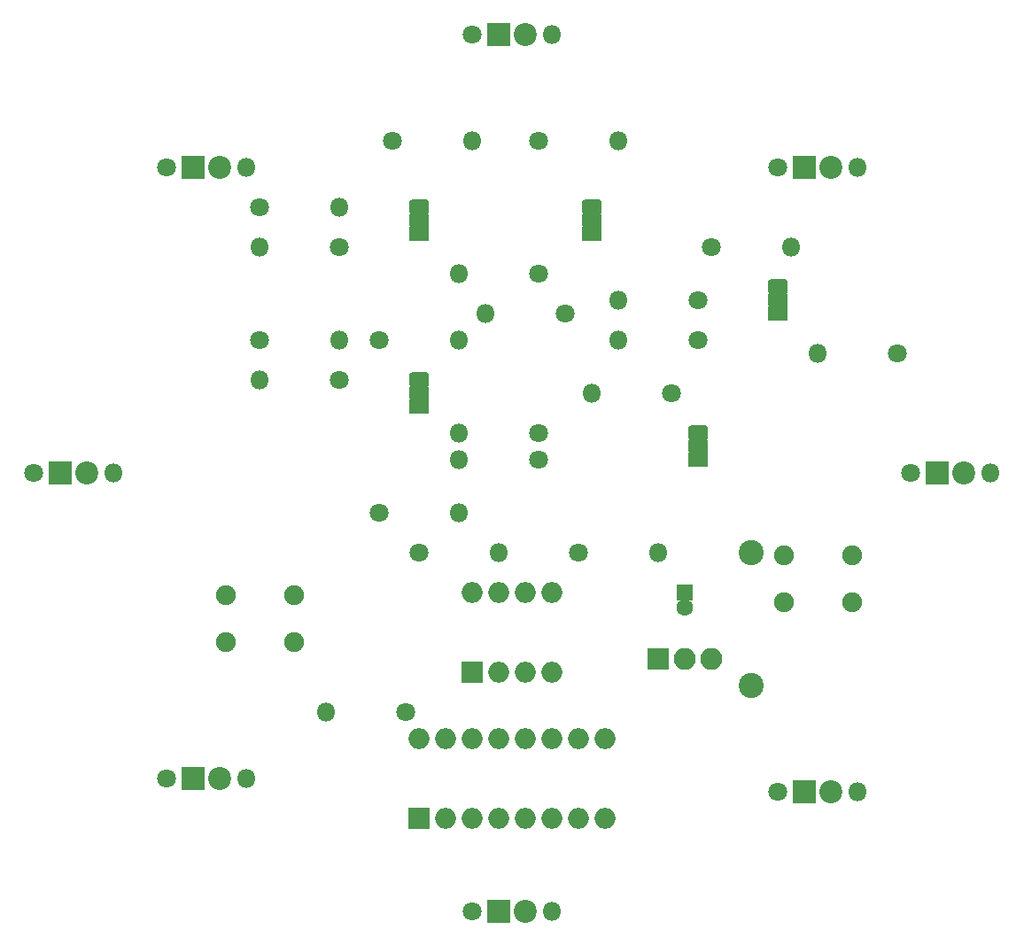
<source format=gbs>
G04 #@! TF.GenerationSoftware,KiCad,Pcbnew,(5.0.0-3-g5ebb6b6)*
G04 #@! TF.CreationDate,2018-09-25T19:29:36-07:00*
G04 #@! TF.ProjectId,christmas-board,6368726973746D61732D626F6172642E,rev?*
G04 #@! TF.SameCoordinates,Original*
G04 #@! TF.FileFunction,Soldermask,Bot*
G04 #@! TF.FilePolarity,Negative*
%FSLAX46Y46*%
G04 Gerber Fmt 4.6, Leading zero omitted, Abs format (unit mm)*
G04 Created by KiCad (PCBNEW (5.0.0-3-g5ebb6b6)) date Tuesday, September 25, 2018 at 07:29:36 PM*
%MOMM*%
%LPD*%
G01*
G04 APERTURE LIST*
%ADD10C,2.400000*%
%ADD11C,1.900000*%
%ADD12R,1.600000X1.600000*%
%ADD13C,1.600000*%
%ADD14C,2.200000*%
%ADD15R,2.200000X2.200000*%
%ADD16C,0.100000*%
%ADD17C,1.450000*%
%ADD18R,1.900000X1.450000*%
%ADD19C,1.800000*%
%ADD20O,1.800000X1.800000*%
%ADD21R,2.000000X2.000000*%
%ADD22O,2.000000X2.000000*%
%ADD23R,2.100000X2.100000*%
%ADD24O,2.100000X2.100000*%
G04 APERTURE END LIST*
D10*
G04 #@! TO.C,J1*
X133350000Y-96520000D03*
X133350000Y-109220000D03*
G04 #@! TD*
D11*
G04 #@! TO.C,SW2*
X142950000Y-96810000D03*
X136450000Y-96810000D03*
X136450000Y-101310000D03*
X142950000Y-101310000D03*
G04 #@! TD*
G04 #@! TO.C,SW1*
X89610000Y-100620000D03*
X83110000Y-100620000D03*
X83110000Y-105120000D03*
X89610000Y-105120000D03*
G04 #@! TD*
D12*
G04 #@! TO.C,C1*
X127000000Y-100330000D03*
D13*
X127000000Y-101830000D03*
G04 #@! TD*
D14*
G04 #@! TO.C,D1*
X82550000Y-59690000D03*
D15*
X80010000Y-59690000D03*
G04 #@! TD*
G04 #@! TO.C,D2*
X67310000Y-88900000D03*
D14*
X69850000Y-88900000D03*
G04 #@! TD*
G04 #@! TO.C,D3*
X82550000Y-118110000D03*
D15*
X80010000Y-118110000D03*
G04 #@! TD*
G04 #@! TO.C,D4*
X109220000Y-130810000D03*
D14*
X111760000Y-130810000D03*
G04 #@! TD*
D15*
G04 #@! TO.C,D5*
X138430000Y-119380000D03*
D14*
X140970000Y-119380000D03*
G04 #@! TD*
G04 #@! TO.C,D6*
X153670000Y-88900000D03*
D15*
X151130000Y-88900000D03*
G04 #@! TD*
G04 #@! TO.C,D7*
X138430000Y-59690000D03*
D14*
X140970000Y-59690000D03*
G04 #@! TD*
G04 #@! TO.C,D8*
X111760000Y-46990000D03*
D15*
X109220000Y-46990000D03*
G04 #@! TD*
D16*
G04 #@! TO.C,Q1*
G36*
X102223031Y-64046746D02*
X102258220Y-64051965D01*
X102292728Y-64060609D01*
X102326223Y-64072594D01*
X102358381Y-64087804D01*
X102388894Y-64106092D01*
X102417468Y-64127284D01*
X102443826Y-64151174D01*
X102467716Y-64177532D01*
X102488908Y-64206106D01*
X102507196Y-64236619D01*
X102522406Y-64268777D01*
X102534391Y-64302272D01*
X102543035Y-64336780D01*
X102548254Y-64371969D01*
X102550000Y-64407500D01*
X102550000Y-65132500D01*
X102548254Y-65168031D01*
X102543035Y-65203220D01*
X102534391Y-65237728D01*
X102522406Y-65271223D01*
X102507196Y-65303381D01*
X102488908Y-65333894D01*
X102467716Y-65362468D01*
X102443826Y-65388826D01*
X102417468Y-65412716D01*
X102388894Y-65433908D01*
X102358381Y-65452196D01*
X102326223Y-65467406D01*
X102292728Y-65479391D01*
X102258220Y-65488035D01*
X102223031Y-65493254D01*
X102187500Y-65495000D01*
X101012500Y-65495000D01*
X100976969Y-65493254D01*
X100941780Y-65488035D01*
X100907272Y-65479391D01*
X100873777Y-65467406D01*
X100841619Y-65452196D01*
X100811106Y-65433908D01*
X100782532Y-65412716D01*
X100756174Y-65388826D01*
X100732284Y-65362468D01*
X100711092Y-65333894D01*
X100692804Y-65303381D01*
X100677594Y-65271223D01*
X100665609Y-65237728D01*
X100656965Y-65203220D01*
X100651746Y-65168031D01*
X100650000Y-65132500D01*
X100650000Y-64407500D01*
X100651746Y-64371969D01*
X100656965Y-64336780D01*
X100665609Y-64302272D01*
X100677594Y-64268777D01*
X100692804Y-64236619D01*
X100711092Y-64206106D01*
X100732284Y-64177532D01*
X100756174Y-64151174D01*
X100782532Y-64127284D01*
X100811106Y-64106092D01*
X100841619Y-64087804D01*
X100873777Y-64072594D01*
X100907272Y-64060609D01*
X100941780Y-64051965D01*
X100976969Y-64046746D01*
X101012500Y-64045000D01*
X102187500Y-64045000D01*
X102223031Y-64046746D01*
X102223031Y-64046746D01*
G37*
D17*
X101600000Y-64770000D03*
D16*
G36*
X102223031Y-62776746D02*
X102258220Y-62781965D01*
X102292728Y-62790609D01*
X102326223Y-62802594D01*
X102358381Y-62817804D01*
X102388894Y-62836092D01*
X102417468Y-62857284D01*
X102443826Y-62881174D01*
X102467716Y-62907532D01*
X102488908Y-62936106D01*
X102507196Y-62966619D01*
X102522406Y-62998777D01*
X102534391Y-63032272D01*
X102543035Y-63066780D01*
X102548254Y-63101969D01*
X102550000Y-63137500D01*
X102550000Y-63862500D01*
X102548254Y-63898031D01*
X102543035Y-63933220D01*
X102534391Y-63967728D01*
X102522406Y-64001223D01*
X102507196Y-64033381D01*
X102488908Y-64063894D01*
X102467716Y-64092468D01*
X102443826Y-64118826D01*
X102417468Y-64142716D01*
X102388894Y-64163908D01*
X102358381Y-64182196D01*
X102326223Y-64197406D01*
X102292728Y-64209391D01*
X102258220Y-64218035D01*
X102223031Y-64223254D01*
X102187500Y-64225000D01*
X101012500Y-64225000D01*
X100976969Y-64223254D01*
X100941780Y-64218035D01*
X100907272Y-64209391D01*
X100873777Y-64197406D01*
X100841619Y-64182196D01*
X100811106Y-64163908D01*
X100782532Y-64142716D01*
X100756174Y-64118826D01*
X100732284Y-64092468D01*
X100711092Y-64063894D01*
X100692804Y-64033381D01*
X100677594Y-64001223D01*
X100665609Y-63967728D01*
X100656965Y-63933220D01*
X100651746Y-63898031D01*
X100650000Y-63862500D01*
X100650000Y-63137500D01*
X100651746Y-63101969D01*
X100656965Y-63066780D01*
X100665609Y-63032272D01*
X100677594Y-62998777D01*
X100692804Y-62966619D01*
X100711092Y-62936106D01*
X100732284Y-62907532D01*
X100756174Y-62881174D01*
X100782532Y-62857284D01*
X100811106Y-62836092D01*
X100841619Y-62817804D01*
X100873777Y-62802594D01*
X100907272Y-62790609D01*
X100941780Y-62781965D01*
X100976969Y-62776746D01*
X101012500Y-62775000D01*
X102187500Y-62775000D01*
X102223031Y-62776746D01*
X102223031Y-62776746D01*
G37*
D17*
X101600000Y-63500000D03*
D18*
X101600000Y-66040000D03*
G04 #@! TD*
D16*
G04 #@! TO.C,Q2*
G36*
X102223031Y-80556746D02*
X102258220Y-80561965D01*
X102292728Y-80570609D01*
X102326223Y-80582594D01*
X102358381Y-80597804D01*
X102388894Y-80616092D01*
X102417468Y-80637284D01*
X102443826Y-80661174D01*
X102467716Y-80687532D01*
X102488908Y-80716106D01*
X102507196Y-80746619D01*
X102522406Y-80778777D01*
X102534391Y-80812272D01*
X102543035Y-80846780D01*
X102548254Y-80881969D01*
X102550000Y-80917500D01*
X102550000Y-81642500D01*
X102548254Y-81678031D01*
X102543035Y-81713220D01*
X102534391Y-81747728D01*
X102522406Y-81781223D01*
X102507196Y-81813381D01*
X102488908Y-81843894D01*
X102467716Y-81872468D01*
X102443826Y-81898826D01*
X102417468Y-81922716D01*
X102388894Y-81943908D01*
X102358381Y-81962196D01*
X102326223Y-81977406D01*
X102292728Y-81989391D01*
X102258220Y-81998035D01*
X102223031Y-82003254D01*
X102187500Y-82005000D01*
X101012500Y-82005000D01*
X100976969Y-82003254D01*
X100941780Y-81998035D01*
X100907272Y-81989391D01*
X100873777Y-81977406D01*
X100841619Y-81962196D01*
X100811106Y-81943908D01*
X100782532Y-81922716D01*
X100756174Y-81898826D01*
X100732284Y-81872468D01*
X100711092Y-81843894D01*
X100692804Y-81813381D01*
X100677594Y-81781223D01*
X100665609Y-81747728D01*
X100656965Y-81713220D01*
X100651746Y-81678031D01*
X100650000Y-81642500D01*
X100650000Y-80917500D01*
X100651746Y-80881969D01*
X100656965Y-80846780D01*
X100665609Y-80812272D01*
X100677594Y-80778777D01*
X100692804Y-80746619D01*
X100711092Y-80716106D01*
X100732284Y-80687532D01*
X100756174Y-80661174D01*
X100782532Y-80637284D01*
X100811106Y-80616092D01*
X100841619Y-80597804D01*
X100873777Y-80582594D01*
X100907272Y-80570609D01*
X100941780Y-80561965D01*
X100976969Y-80556746D01*
X101012500Y-80555000D01*
X102187500Y-80555000D01*
X102223031Y-80556746D01*
X102223031Y-80556746D01*
G37*
D17*
X101600000Y-81280000D03*
D16*
G36*
X102223031Y-79286746D02*
X102258220Y-79291965D01*
X102292728Y-79300609D01*
X102326223Y-79312594D01*
X102358381Y-79327804D01*
X102388894Y-79346092D01*
X102417468Y-79367284D01*
X102443826Y-79391174D01*
X102467716Y-79417532D01*
X102488908Y-79446106D01*
X102507196Y-79476619D01*
X102522406Y-79508777D01*
X102534391Y-79542272D01*
X102543035Y-79576780D01*
X102548254Y-79611969D01*
X102550000Y-79647500D01*
X102550000Y-80372500D01*
X102548254Y-80408031D01*
X102543035Y-80443220D01*
X102534391Y-80477728D01*
X102522406Y-80511223D01*
X102507196Y-80543381D01*
X102488908Y-80573894D01*
X102467716Y-80602468D01*
X102443826Y-80628826D01*
X102417468Y-80652716D01*
X102388894Y-80673908D01*
X102358381Y-80692196D01*
X102326223Y-80707406D01*
X102292728Y-80719391D01*
X102258220Y-80728035D01*
X102223031Y-80733254D01*
X102187500Y-80735000D01*
X101012500Y-80735000D01*
X100976969Y-80733254D01*
X100941780Y-80728035D01*
X100907272Y-80719391D01*
X100873777Y-80707406D01*
X100841619Y-80692196D01*
X100811106Y-80673908D01*
X100782532Y-80652716D01*
X100756174Y-80628826D01*
X100732284Y-80602468D01*
X100711092Y-80573894D01*
X100692804Y-80543381D01*
X100677594Y-80511223D01*
X100665609Y-80477728D01*
X100656965Y-80443220D01*
X100651746Y-80408031D01*
X100650000Y-80372500D01*
X100650000Y-79647500D01*
X100651746Y-79611969D01*
X100656965Y-79576780D01*
X100665609Y-79542272D01*
X100677594Y-79508777D01*
X100692804Y-79476619D01*
X100711092Y-79446106D01*
X100732284Y-79417532D01*
X100756174Y-79391174D01*
X100782532Y-79367284D01*
X100811106Y-79346092D01*
X100841619Y-79327804D01*
X100873777Y-79312594D01*
X100907272Y-79300609D01*
X100941780Y-79291965D01*
X100976969Y-79286746D01*
X101012500Y-79285000D01*
X102187500Y-79285000D01*
X102223031Y-79286746D01*
X102223031Y-79286746D01*
G37*
D17*
X101600000Y-80010000D03*
D18*
X101600000Y-82550000D03*
G04 #@! TD*
G04 #@! TO.C,Q3*
X118110000Y-66040000D03*
D16*
G36*
X118733031Y-62776746D02*
X118768220Y-62781965D01*
X118802728Y-62790609D01*
X118836223Y-62802594D01*
X118868381Y-62817804D01*
X118898894Y-62836092D01*
X118927468Y-62857284D01*
X118953826Y-62881174D01*
X118977716Y-62907532D01*
X118998908Y-62936106D01*
X119017196Y-62966619D01*
X119032406Y-62998777D01*
X119044391Y-63032272D01*
X119053035Y-63066780D01*
X119058254Y-63101969D01*
X119060000Y-63137500D01*
X119060000Y-63862500D01*
X119058254Y-63898031D01*
X119053035Y-63933220D01*
X119044391Y-63967728D01*
X119032406Y-64001223D01*
X119017196Y-64033381D01*
X118998908Y-64063894D01*
X118977716Y-64092468D01*
X118953826Y-64118826D01*
X118927468Y-64142716D01*
X118898894Y-64163908D01*
X118868381Y-64182196D01*
X118836223Y-64197406D01*
X118802728Y-64209391D01*
X118768220Y-64218035D01*
X118733031Y-64223254D01*
X118697500Y-64225000D01*
X117522500Y-64225000D01*
X117486969Y-64223254D01*
X117451780Y-64218035D01*
X117417272Y-64209391D01*
X117383777Y-64197406D01*
X117351619Y-64182196D01*
X117321106Y-64163908D01*
X117292532Y-64142716D01*
X117266174Y-64118826D01*
X117242284Y-64092468D01*
X117221092Y-64063894D01*
X117202804Y-64033381D01*
X117187594Y-64001223D01*
X117175609Y-63967728D01*
X117166965Y-63933220D01*
X117161746Y-63898031D01*
X117160000Y-63862500D01*
X117160000Y-63137500D01*
X117161746Y-63101969D01*
X117166965Y-63066780D01*
X117175609Y-63032272D01*
X117187594Y-62998777D01*
X117202804Y-62966619D01*
X117221092Y-62936106D01*
X117242284Y-62907532D01*
X117266174Y-62881174D01*
X117292532Y-62857284D01*
X117321106Y-62836092D01*
X117351619Y-62817804D01*
X117383777Y-62802594D01*
X117417272Y-62790609D01*
X117451780Y-62781965D01*
X117486969Y-62776746D01*
X117522500Y-62775000D01*
X118697500Y-62775000D01*
X118733031Y-62776746D01*
X118733031Y-62776746D01*
G37*
D17*
X118110000Y-63500000D03*
D16*
G36*
X118733031Y-64046746D02*
X118768220Y-64051965D01*
X118802728Y-64060609D01*
X118836223Y-64072594D01*
X118868381Y-64087804D01*
X118898894Y-64106092D01*
X118927468Y-64127284D01*
X118953826Y-64151174D01*
X118977716Y-64177532D01*
X118998908Y-64206106D01*
X119017196Y-64236619D01*
X119032406Y-64268777D01*
X119044391Y-64302272D01*
X119053035Y-64336780D01*
X119058254Y-64371969D01*
X119060000Y-64407500D01*
X119060000Y-65132500D01*
X119058254Y-65168031D01*
X119053035Y-65203220D01*
X119044391Y-65237728D01*
X119032406Y-65271223D01*
X119017196Y-65303381D01*
X118998908Y-65333894D01*
X118977716Y-65362468D01*
X118953826Y-65388826D01*
X118927468Y-65412716D01*
X118898894Y-65433908D01*
X118868381Y-65452196D01*
X118836223Y-65467406D01*
X118802728Y-65479391D01*
X118768220Y-65488035D01*
X118733031Y-65493254D01*
X118697500Y-65495000D01*
X117522500Y-65495000D01*
X117486969Y-65493254D01*
X117451780Y-65488035D01*
X117417272Y-65479391D01*
X117383777Y-65467406D01*
X117351619Y-65452196D01*
X117321106Y-65433908D01*
X117292532Y-65412716D01*
X117266174Y-65388826D01*
X117242284Y-65362468D01*
X117221092Y-65333894D01*
X117202804Y-65303381D01*
X117187594Y-65271223D01*
X117175609Y-65237728D01*
X117166965Y-65203220D01*
X117161746Y-65168031D01*
X117160000Y-65132500D01*
X117160000Y-64407500D01*
X117161746Y-64371969D01*
X117166965Y-64336780D01*
X117175609Y-64302272D01*
X117187594Y-64268777D01*
X117202804Y-64236619D01*
X117221092Y-64206106D01*
X117242284Y-64177532D01*
X117266174Y-64151174D01*
X117292532Y-64127284D01*
X117321106Y-64106092D01*
X117351619Y-64087804D01*
X117383777Y-64072594D01*
X117417272Y-64060609D01*
X117451780Y-64051965D01*
X117486969Y-64046746D01*
X117522500Y-64045000D01*
X118697500Y-64045000D01*
X118733031Y-64046746D01*
X118733031Y-64046746D01*
G37*
D17*
X118110000Y-64770000D03*
G04 #@! TD*
D18*
G04 #@! TO.C,Q4*
X128270000Y-87630000D03*
D16*
G36*
X128893031Y-84366746D02*
X128928220Y-84371965D01*
X128962728Y-84380609D01*
X128996223Y-84392594D01*
X129028381Y-84407804D01*
X129058894Y-84426092D01*
X129087468Y-84447284D01*
X129113826Y-84471174D01*
X129137716Y-84497532D01*
X129158908Y-84526106D01*
X129177196Y-84556619D01*
X129192406Y-84588777D01*
X129204391Y-84622272D01*
X129213035Y-84656780D01*
X129218254Y-84691969D01*
X129220000Y-84727500D01*
X129220000Y-85452500D01*
X129218254Y-85488031D01*
X129213035Y-85523220D01*
X129204391Y-85557728D01*
X129192406Y-85591223D01*
X129177196Y-85623381D01*
X129158908Y-85653894D01*
X129137716Y-85682468D01*
X129113826Y-85708826D01*
X129087468Y-85732716D01*
X129058894Y-85753908D01*
X129028381Y-85772196D01*
X128996223Y-85787406D01*
X128962728Y-85799391D01*
X128928220Y-85808035D01*
X128893031Y-85813254D01*
X128857500Y-85815000D01*
X127682500Y-85815000D01*
X127646969Y-85813254D01*
X127611780Y-85808035D01*
X127577272Y-85799391D01*
X127543777Y-85787406D01*
X127511619Y-85772196D01*
X127481106Y-85753908D01*
X127452532Y-85732716D01*
X127426174Y-85708826D01*
X127402284Y-85682468D01*
X127381092Y-85653894D01*
X127362804Y-85623381D01*
X127347594Y-85591223D01*
X127335609Y-85557728D01*
X127326965Y-85523220D01*
X127321746Y-85488031D01*
X127320000Y-85452500D01*
X127320000Y-84727500D01*
X127321746Y-84691969D01*
X127326965Y-84656780D01*
X127335609Y-84622272D01*
X127347594Y-84588777D01*
X127362804Y-84556619D01*
X127381092Y-84526106D01*
X127402284Y-84497532D01*
X127426174Y-84471174D01*
X127452532Y-84447284D01*
X127481106Y-84426092D01*
X127511619Y-84407804D01*
X127543777Y-84392594D01*
X127577272Y-84380609D01*
X127611780Y-84371965D01*
X127646969Y-84366746D01*
X127682500Y-84365000D01*
X128857500Y-84365000D01*
X128893031Y-84366746D01*
X128893031Y-84366746D01*
G37*
D17*
X128270000Y-85090000D03*
D16*
G36*
X128893031Y-85636746D02*
X128928220Y-85641965D01*
X128962728Y-85650609D01*
X128996223Y-85662594D01*
X129028381Y-85677804D01*
X129058894Y-85696092D01*
X129087468Y-85717284D01*
X129113826Y-85741174D01*
X129137716Y-85767532D01*
X129158908Y-85796106D01*
X129177196Y-85826619D01*
X129192406Y-85858777D01*
X129204391Y-85892272D01*
X129213035Y-85926780D01*
X129218254Y-85961969D01*
X129220000Y-85997500D01*
X129220000Y-86722500D01*
X129218254Y-86758031D01*
X129213035Y-86793220D01*
X129204391Y-86827728D01*
X129192406Y-86861223D01*
X129177196Y-86893381D01*
X129158908Y-86923894D01*
X129137716Y-86952468D01*
X129113826Y-86978826D01*
X129087468Y-87002716D01*
X129058894Y-87023908D01*
X129028381Y-87042196D01*
X128996223Y-87057406D01*
X128962728Y-87069391D01*
X128928220Y-87078035D01*
X128893031Y-87083254D01*
X128857500Y-87085000D01*
X127682500Y-87085000D01*
X127646969Y-87083254D01*
X127611780Y-87078035D01*
X127577272Y-87069391D01*
X127543777Y-87057406D01*
X127511619Y-87042196D01*
X127481106Y-87023908D01*
X127452532Y-87002716D01*
X127426174Y-86978826D01*
X127402284Y-86952468D01*
X127381092Y-86923894D01*
X127362804Y-86893381D01*
X127347594Y-86861223D01*
X127335609Y-86827728D01*
X127326965Y-86793220D01*
X127321746Y-86758031D01*
X127320000Y-86722500D01*
X127320000Y-85997500D01*
X127321746Y-85961969D01*
X127326965Y-85926780D01*
X127335609Y-85892272D01*
X127347594Y-85858777D01*
X127362804Y-85826619D01*
X127381092Y-85796106D01*
X127402284Y-85767532D01*
X127426174Y-85741174D01*
X127452532Y-85717284D01*
X127481106Y-85696092D01*
X127511619Y-85677804D01*
X127543777Y-85662594D01*
X127577272Y-85650609D01*
X127611780Y-85641965D01*
X127646969Y-85636746D01*
X127682500Y-85635000D01*
X128857500Y-85635000D01*
X128893031Y-85636746D01*
X128893031Y-85636746D01*
G37*
D17*
X128270000Y-86360000D03*
G04 #@! TD*
D16*
G04 #@! TO.C,Q5*
G36*
X136513031Y-71666746D02*
X136548220Y-71671965D01*
X136582728Y-71680609D01*
X136616223Y-71692594D01*
X136648381Y-71707804D01*
X136678894Y-71726092D01*
X136707468Y-71747284D01*
X136733826Y-71771174D01*
X136757716Y-71797532D01*
X136778908Y-71826106D01*
X136797196Y-71856619D01*
X136812406Y-71888777D01*
X136824391Y-71922272D01*
X136833035Y-71956780D01*
X136838254Y-71991969D01*
X136840000Y-72027500D01*
X136840000Y-72752500D01*
X136838254Y-72788031D01*
X136833035Y-72823220D01*
X136824391Y-72857728D01*
X136812406Y-72891223D01*
X136797196Y-72923381D01*
X136778908Y-72953894D01*
X136757716Y-72982468D01*
X136733826Y-73008826D01*
X136707468Y-73032716D01*
X136678894Y-73053908D01*
X136648381Y-73072196D01*
X136616223Y-73087406D01*
X136582728Y-73099391D01*
X136548220Y-73108035D01*
X136513031Y-73113254D01*
X136477500Y-73115000D01*
X135302500Y-73115000D01*
X135266969Y-73113254D01*
X135231780Y-73108035D01*
X135197272Y-73099391D01*
X135163777Y-73087406D01*
X135131619Y-73072196D01*
X135101106Y-73053908D01*
X135072532Y-73032716D01*
X135046174Y-73008826D01*
X135022284Y-72982468D01*
X135001092Y-72953894D01*
X134982804Y-72923381D01*
X134967594Y-72891223D01*
X134955609Y-72857728D01*
X134946965Y-72823220D01*
X134941746Y-72788031D01*
X134940000Y-72752500D01*
X134940000Y-72027500D01*
X134941746Y-71991969D01*
X134946965Y-71956780D01*
X134955609Y-71922272D01*
X134967594Y-71888777D01*
X134982804Y-71856619D01*
X135001092Y-71826106D01*
X135022284Y-71797532D01*
X135046174Y-71771174D01*
X135072532Y-71747284D01*
X135101106Y-71726092D01*
X135131619Y-71707804D01*
X135163777Y-71692594D01*
X135197272Y-71680609D01*
X135231780Y-71671965D01*
X135266969Y-71666746D01*
X135302500Y-71665000D01*
X136477500Y-71665000D01*
X136513031Y-71666746D01*
X136513031Y-71666746D01*
G37*
D17*
X135890000Y-72390000D03*
D16*
G36*
X136513031Y-70396746D02*
X136548220Y-70401965D01*
X136582728Y-70410609D01*
X136616223Y-70422594D01*
X136648381Y-70437804D01*
X136678894Y-70456092D01*
X136707468Y-70477284D01*
X136733826Y-70501174D01*
X136757716Y-70527532D01*
X136778908Y-70556106D01*
X136797196Y-70586619D01*
X136812406Y-70618777D01*
X136824391Y-70652272D01*
X136833035Y-70686780D01*
X136838254Y-70721969D01*
X136840000Y-70757500D01*
X136840000Y-71482500D01*
X136838254Y-71518031D01*
X136833035Y-71553220D01*
X136824391Y-71587728D01*
X136812406Y-71621223D01*
X136797196Y-71653381D01*
X136778908Y-71683894D01*
X136757716Y-71712468D01*
X136733826Y-71738826D01*
X136707468Y-71762716D01*
X136678894Y-71783908D01*
X136648381Y-71802196D01*
X136616223Y-71817406D01*
X136582728Y-71829391D01*
X136548220Y-71838035D01*
X136513031Y-71843254D01*
X136477500Y-71845000D01*
X135302500Y-71845000D01*
X135266969Y-71843254D01*
X135231780Y-71838035D01*
X135197272Y-71829391D01*
X135163777Y-71817406D01*
X135131619Y-71802196D01*
X135101106Y-71783908D01*
X135072532Y-71762716D01*
X135046174Y-71738826D01*
X135022284Y-71712468D01*
X135001092Y-71683894D01*
X134982804Y-71653381D01*
X134967594Y-71621223D01*
X134955609Y-71587728D01*
X134946965Y-71553220D01*
X134941746Y-71518031D01*
X134940000Y-71482500D01*
X134940000Y-70757500D01*
X134941746Y-70721969D01*
X134946965Y-70686780D01*
X134955609Y-70652272D01*
X134967594Y-70618777D01*
X134982804Y-70586619D01*
X135001092Y-70556106D01*
X135022284Y-70527532D01*
X135046174Y-70501174D01*
X135072532Y-70477284D01*
X135101106Y-70456092D01*
X135131619Y-70437804D01*
X135163777Y-70422594D01*
X135197272Y-70410609D01*
X135231780Y-70401965D01*
X135266969Y-70396746D01*
X135302500Y-70395000D01*
X136477500Y-70395000D01*
X136513031Y-70396746D01*
X136513031Y-70396746D01*
G37*
D17*
X135890000Y-71120000D03*
D18*
X135890000Y-73660000D03*
G04 #@! TD*
D19*
G04 #@! TO.C,R1*
X86360000Y-63500000D03*
D20*
X93980000Y-63500000D03*
G04 #@! TD*
G04 #@! TO.C,R2*
X93980000Y-76200000D03*
D19*
X86360000Y-76200000D03*
G04 #@! TD*
G04 #@! TO.C,R3*
X93980000Y-67310000D03*
D20*
X86360000Y-67310000D03*
G04 #@! TD*
D19*
G04 #@! TO.C,R4*
X93980000Y-80010000D03*
D20*
X86360000Y-80010000D03*
G04 #@! TD*
G04 #@! TO.C,R5*
X106680000Y-57150000D03*
D19*
X99060000Y-57150000D03*
G04 #@! TD*
D20*
G04 #@! TO.C,R6*
X105410000Y-76200000D03*
D19*
X97790000Y-76200000D03*
G04 #@! TD*
D20*
G04 #@! TO.C,R7*
X105410000Y-69850000D03*
D19*
X113030000Y-69850000D03*
G04 #@! TD*
D20*
G04 #@! TO.C,R8*
X107950000Y-73660000D03*
D19*
X115570000Y-73660000D03*
G04 #@! TD*
G04 #@! TO.C,R9*
X113030000Y-87630000D03*
D20*
X105410000Y-87630000D03*
G04 #@! TD*
G04 #@! TO.C,R10*
X105410000Y-85090000D03*
D19*
X113030000Y-85090000D03*
G04 #@! TD*
D20*
G04 #@! TO.C,R11*
X120650000Y-57150000D03*
D19*
X113030000Y-57150000D03*
G04 #@! TD*
G04 #@! TO.C,R12*
X125730000Y-81280000D03*
D20*
X118110000Y-81280000D03*
G04 #@! TD*
D19*
G04 #@! TO.C,R13*
X128270000Y-72390000D03*
D20*
X120650000Y-72390000D03*
G04 #@! TD*
G04 #@! TO.C,R14*
X120650000Y-76200000D03*
D19*
X128270000Y-76200000D03*
G04 #@! TD*
D20*
G04 #@! TO.C,R15*
X137160000Y-67310000D03*
D19*
X129540000Y-67310000D03*
G04 #@! TD*
G04 #@! TO.C,R16*
X77470000Y-59690000D03*
D20*
X85090000Y-59690000D03*
G04 #@! TD*
D19*
G04 #@! TO.C,R17*
X64770000Y-88900000D03*
D20*
X72390000Y-88900000D03*
G04 #@! TD*
G04 #@! TO.C,R18*
X85090000Y-118110000D03*
D19*
X77470000Y-118110000D03*
G04 #@! TD*
G04 #@! TO.C,R19*
X106680000Y-130810000D03*
D20*
X114300000Y-130810000D03*
G04 #@! TD*
G04 #@! TO.C,R20*
X143510000Y-119380000D03*
D19*
X135890000Y-119380000D03*
G04 #@! TD*
G04 #@! TO.C,R21*
X148590000Y-88900000D03*
D20*
X156210000Y-88900000D03*
G04 #@! TD*
G04 #@! TO.C,R22*
X143510000Y-59690000D03*
D19*
X135890000Y-59690000D03*
G04 #@! TD*
G04 #@! TO.C,R23*
X106680000Y-46990000D03*
D20*
X114300000Y-46990000D03*
G04 #@! TD*
D19*
G04 #@! TO.C,R24*
X100330000Y-111760000D03*
D20*
X92710000Y-111760000D03*
G04 #@! TD*
D19*
G04 #@! TO.C,R25*
X97790000Y-92710000D03*
D20*
X105410000Y-92710000D03*
G04 #@! TD*
D19*
G04 #@! TO.C,R26*
X116840000Y-96520000D03*
D20*
X124460000Y-96520000D03*
G04 #@! TD*
G04 #@! TO.C,R27*
X139700000Y-77470000D03*
D19*
X147320000Y-77470000D03*
G04 #@! TD*
D20*
G04 #@! TO.C,R28*
X109220000Y-96520000D03*
D19*
X101600000Y-96520000D03*
G04 #@! TD*
D21*
G04 #@! TO.C,U1*
X101600000Y-121920000D03*
D22*
X119380000Y-114300000D03*
X104140000Y-121920000D03*
X116840000Y-114300000D03*
X106680000Y-121920000D03*
X114300000Y-114300000D03*
X109220000Y-121920000D03*
X111760000Y-114300000D03*
X111760000Y-121920000D03*
X109220000Y-114300000D03*
X114300000Y-121920000D03*
X106680000Y-114300000D03*
X116840000Y-121920000D03*
X104140000Y-114300000D03*
X119380000Y-121920000D03*
X101600000Y-114300000D03*
G04 #@! TD*
D21*
G04 #@! TO.C,U2*
X106680000Y-107950000D03*
D22*
X114300000Y-100330000D03*
X109220000Y-107950000D03*
X111760000Y-100330000D03*
X111760000Y-107950000D03*
X109220000Y-100330000D03*
X114300000Y-107950000D03*
X106680000Y-100330000D03*
G04 #@! TD*
D23*
G04 #@! TO.C,SW3*
X124460000Y-106680000D03*
D24*
X127000000Y-106680000D03*
X129540000Y-106680000D03*
G04 #@! TD*
M02*

</source>
